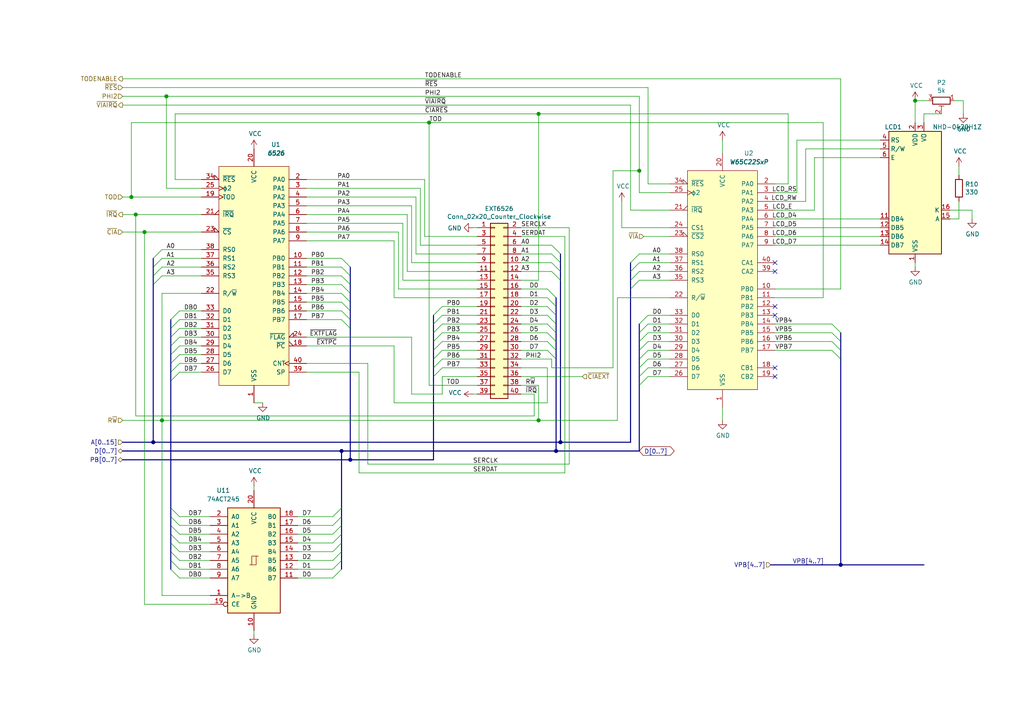
<source format=kicad_sch>
(kicad_sch (version 20201015) (generator eeschema)
  (paper "A4")
  (lib_symbols
    (symbol "65xx:6526" (pin_names (offset 1.016))
      (property "Reference" "U" (at -10.16 33.02 0))
      (property "Value" "6526" (at 0 0 90))
      (symbol "6526_0_1"
        (rectangle (start -10.16 31.75) (end 10.16 -31.75) (fill (type background)))
      )
      (symbol "6526_1_1"
        (pin power_in line (at 0 -36.83 90) (length 5.08) (name "VSS") (number "1"))
        (pin bidirectional line (at 15.24 5.08 180) (length 5.08) (name "PB0") (number "10"))
        (pin bidirectional line (at 15.24 2.54 180) (length 5.08) (name "PB1") (number "11"))
        (pin bidirectional line (at 15.24 0 180) (length 5.08) (name "PB2") (number "12"))
        (pin bidirectional line (at 15.24 -2.54 180) (length 5.08) (name "PB3") (number "13"))
        (pin bidirectional line (at 15.24 -5.08 180) (length 5.08) (name "PB4") (number "14"))
        (pin bidirectional line (at 15.24 -7.62 180) (length 5.08) (name "PB5") (number "15"))
        (pin bidirectional line (at 15.24 -10.16 180) (length 5.08) (name "PB6") (number "16"))
        (pin bidirectional line (at 15.24 -12.7 180) (length 5.08) (name "PB7") (number "17"))
        (pin output output_low (at 15.24 -20.32 180) (length 5.08) (name "~PC") (number "18"))
        (pin input clock (at -15.24 22.86 0) (length 5.08) (name "TOD") (number "19"))
        (pin bidirectional line (at 15.24 27.94 180) (length 5.08) (name "PA0") (number "2"))
        (pin power_in line (at 0 36.83 270) (length 5.08) (name "VCC") (number "20"))
        (pin open_collector output_low (at -15.24 17.78 0) (length 5.08) (name "~IRQ") (number "21"))
        (pin input line (at -15.24 -5.08 0) (length 5.08) (name "R/~W") (number "22"))
        (pin input input_low (at -15.24 12.7 0) (length 5.08) (name "~CS") (number "23"))
        (pin input input_low (at 15.24 -17.78 180) (length 5.08) (name "~FLAG") (number "24"))
        (pin input clock (at -15.24 25.4 0) (length 5.08) (name "ϕ2") (number "25"))
        (pin bidirectional line (at -15.24 -27.94 0) (length 5.08) (name "D7") (number "26"))
        (pin bidirectional line (at -15.24 -25.4 0) (length 5.08) (name "D6") (number "27"))
        (pin bidirectional line (at -15.24 -22.86 0) (length 5.08) (name "D5") (number "28"))
        (pin bidirectional line (at -15.24 -20.32 0) (length 5.08) (name "D4") (number "29"))
        (pin bidirectional line (at 15.24 25.4 180) (length 5.08) (name "PA1") (number "3"))
        (pin bidirectional line (at -15.24 -17.78 0) (length 5.08) (name "D3") (number "30"))
        (pin bidirectional line (at -15.24 -15.24 0) (length 5.08) (name "D2") (number "31"))
        (pin bidirectional line (at -15.24 -12.7 0) (length 5.08) (name "D1") (number "32"))
        (pin bidirectional line (at -15.24 -10.16 0) (length 5.08) (name "D0") (number "33"))
        (pin input input_low (at -15.24 27.94 0) (length 5.08) (name "~RES") (number "34"))
        (pin input line (at -15.24 0 0) (length 5.08) (name "RS3") (number "35"))
        (pin input line (at -15.24 2.54 0) (length 5.08) (name "RS2") (number "36"))
        (pin input line (at -15.24 5.08 0) (length 5.08) (name "RS1") (number "37"))
        (pin input line (at -15.24 7.62 0) (length 5.08) (name "RS0") (number "38"))
        (pin bidirectional line (at 15.24 -27.94 180) (length 5.08) (name "SP") (number "39"))
        (pin bidirectional line (at 15.24 22.86 180) (length 5.08) (name "PA2") (number "4"))
        (pin bidirectional clock (at 15.24 -25.4 180) (length 5.08) (name "CNT") (number "40"))
        (pin bidirectional line (at 15.24 20.32 180) (length 5.08) (name "PA3") (number "5"))
        (pin bidirectional line (at 15.24 17.78 180) (length 5.08) (name "PA4") (number "6"))
        (pin bidirectional line (at 15.24 15.24 180) (length 5.08) (name "PA5") (number "7"))
        (pin bidirectional line (at 15.24 12.7 180) (length 5.08) (name "PA6") (number "8"))
        (pin bidirectional line (at 15.24 10.16 180) (length 5.08) (name "PA7") (number "9"))
      )
    )
    (symbol "65xx:W65C22SxP" (pin_names (offset 1.016))
      (property "Reference" "U" (at -10.16 33.02 0))
      (property "Value" "W65C22SxP" (at 0 0 90))
      (symbol "W65C22SxP_0_1"
        (rectangle (start -10.16 31.75) (end 10.16 -31.75) (fill (type background)))
      )
      (symbol "W65C22SxP_1_1"
        (pin power_in line (at 0 -36.83 90) (length 5.08) (name "VSS") (number "1"))
        (pin bidirectional line (at 15.24 -2.54 180) (length 5.08) (name "PB0") (number "10"))
        (pin bidirectional line (at 15.24 -5.08 180) (length 5.08) (name "PB1") (number "11"))
        (pin bidirectional line (at 15.24 -7.62 180) (length 5.08) (name "PB2") (number "12"))
        (pin bidirectional line (at 15.24 -10.16 180) (length 5.08) (name "PB3") (number "13"))
        (pin bidirectional line (at 15.24 -12.7 180) (length 5.08) (name "PB4") (number "14"))
        (pin bidirectional line (at 15.24 -15.24 180) (length 5.08) (name "PB5") (number "15"))
        (pin bidirectional line (at 15.24 -17.78 180) (length 5.08) (name "PB6") (number "16"))
        (pin bidirectional line (at 15.24 -20.32 180) (length 5.08) (name "PB7") (number "17"))
        (pin input line (at 15.24 -25.4 180) (length 5.08) (name "CB1") (number "18"))
        (pin bidirectional line (at 15.24 -27.94 180) (length 5.08) (name "CB2") (number "19"))
        (pin bidirectional line (at 15.24 27.94 180) (length 5.08) (name "PA0") (number "2"))
        (pin power_in line (at 0 36.83 270) (length 5.08) (name "VCC") (number "20"))
        (pin output output_low (at -15.24 20.32 0) (length 5.08) (name "~IRQ") (number "21"))
        (pin input line (at -15.24 -5.08 0) (length 5.08) (name "R/~W") (number "22"))
        (pin input input_low (at -15.24 12.7 0) (length 5.08) (name "~CS2") (number "23"))
        (pin input line (at -15.24 15.24 0) (length 5.08) (name "CS1") (number "24"))
        (pin input clock (at -15.24 25.4 0) (length 5.08) (name "ϕ2") (number "25"))
        (pin bidirectional line (at -15.24 -27.94 0) (length 5.08) (name "D7") (number "26"))
        (pin bidirectional line (at -15.24 -25.4 0) (length 5.08) (name "D6") (number "27"))
        (pin bidirectional line (at -15.24 -22.86 0) (length 5.08) (name "D5") (number "28"))
        (pin bidirectional line (at -15.24 -20.32 0) (length 5.08) (name "D4") (number "29"))
        (pin bidirectional line (at 15.24 25.4 180) (length 5.08) (name "PA1") (number "3"))
        (pin bidirectional line (at -15.24 -17.78 0) (length 5.08) (name "D3") (number "30"))
        (pin bidirectional line (at -15.24 -15.24 0) (length 5.08) (name "D2") (number "31"))
        (pin bidirectional line (at -15.24 -12.7 0) (length 5.08) (name "D1") (number "32"))
        (pin bidirectional line (at -15.24 -10.16 0) (length 5.08) (name "D0") (number "33"))
        (pin input input_low (at -15.24 27.94 0) (length 5.08) (name "~RES") (number "34"))
        (pin input line (at -15.24 0 0) (length 5.08) (name "RS3") (number "35"))
        (pin input line (at -15.24 2.54 0) (length 5.08) (name "RS2") (number "36"))
        (pin input line (at -15.24 5.08 0) (length 5.08) (name "RS1") (number "37"))
        (pin input line (at -15.24 7.62 0) (length 5.08) (name "RS0") (number "38"))
        (pin bidirectional line (at 15.24 2.54 180) (length 5.08) (name "CA2") (number "39"))
        (pin bidirectional line (at 15.24 22.86 180) (length 5.08) (name "PA2") (number "4"))
        (pin input line (at 15.24 5.08 180) (length 5.08) (name "CA1") (number "40"))
        (pin bidirectional line (at 15.24 20.32 180) (length 5.08) (name "PA3") (number "5"))
        (pin bidirectional line (at 15.24 17.78 180) (length 5.08) (name "PA4") (number "6"))
        (pin bidirectional line (at 15.24 15.24 180) (length 5.08) (name "PA5") (number "7"))
        (pin bidirectional line (at 15.24 12.7 180) (length 5.08) (name "PA6") (number "8"))
        (pin bidirectional line (at 15.24 10.16 180) (length 5.08) (name "PA7") (number "9"))
      )
    )
    (symbol "74xx:74LS245" (pin_names (offset 1.016))
      (property "Reference" "U" (at -7.62 16.51 0))
      (property "Value" "74LS245" (at -7.62 -16.51 0))
      (symbol "74LS245_1_0"
        (polyline (pts (xy -0.635 -1.27) (xy -0.635 1.27) (xy 0.635 1.27)))
        (polyline (pts (xy -1.27 -1.27) (xy 0.635 -1.27) (xy 0.635 1.27) (xy 1.27 1.27)))
        (pin input line (at -12.7 -10.16 0) (length 5.08) (name "A->B") (number "1"))
        (pin power_in line (at 0 -20.32 90) (length 5.08) (name "GND") (number "10"))
        (pin tri_state line (at 12.7 -5.08 180) (length 5.08) (name "B7") (number "11"))
        (pin tri_state line (at 12.7 -2.54 180) (length 5.08) (name "B6") (number "12"))
        (pin tri_state line (at 12.7 0 180) (length 5.08) (name "B5") (number "13"))
        (pin tri_state line (at 12.7 2.54 180) (length 5.08) (name "B4") (number "14"))
        (pin tri_state line (at 12.7 5.08 180) (length 5.08) (name "B3") (number "15"))
        (pin tri_state line (at 12.7 7.62 180) (length 5.08) (name "B2") (number "16"))
        (pin tri_state line (at 12.7 10.16 180) (length 5.08) (name "B1") (number "17"))
        (pin tri_state line (at 12.7 12.7 180) (length 5.08) (name "B0") (number "18"))
        (pin input inverted (at -12.7 -12.7 0) (length 5.08) (name "CE") (number "19"))
        (pin tri_state line (at -12.7 12.7 0) (length 5.08) (name "A0") (number "2"))
        (pin power_in line (at 0 20.32 270) (length 5.08) (name "VCC") (number "20"))
        (pin tri_state line (at -12.7 10.16 0) (length 5.08) (name "A1") (number "3"))
        (pin tri_state line (at -12.7 7.62 0) (length 5.08) (name "A2") (number "4"))
        (pin tri_state line (at -12.7 5.08 0) (length 5.08) (name "A3") (number "5"))
        (pin tri_state line (at -12.7 2.54 0) (length 5.08) (name "A4") (number "6"))
        (pin tri_state line (at -12.7 0 0) (length 5.08) (name "A5") (number "7"))
        (pin tri_state line (at -12.7 -2.54 0) (length 5.08) (name "A6") (number "8"))
        (pin tri_state line (at -12.7 -5.08 0) (length 5.08) (name "A7") (number "9"))
      )
      (symbol "74LS245_1_1"
        (rectangle (start -7.62 15.24) (end 7.62 -15.24) (stroke (width 0.254)) (fill (type background)))
      )
    )
    (symbol "Connector_Generic:Conn_02x20_Odd_Even" (pin_names (offset 1.016) hide)
      (property "Reference" "J" (at 1.27 25.4 0))
      (property "Value" "Conn_02x20_Odd_Even" (at 1.27 -27.94 0))
      (symbol "Conn_02x20_Odd_Even_1_1"
        (rectangle (start -1.27 -4.953) (end 0 -5.207) (stroke (width 0.1524)))
        (rectangle (start -1.27 -7.493) (end 0 -7.747) (stroke (width 0.1524)))
        (rectangle (start -1.27 -10.033) (end 0 -10.287) (stroke (width 0.1524)))
        (rectangle (start -1.27 -12.573) (end 0 -12.827) (stroke (width 0.1524)))
        (rectangle (start -1.27 -15.113) (end 0 -15.367) (stroke (width 0.1524)))
        (rectangle (start -1.27 -17.653) (end 0 -17.907) (stroke (width 0.1524)))
        (rectangle (start -1.27 -20.193) (end 0 -20.447) (stroke (width 0.1524)))
        (rectangle (start -1.27 -22.733) (end 0 -22.987) (stroke (width 0.1524)))
        (rectangle (start -1.27 -2.413) (end 0 -2.667) (stroke (width 0.1524)))
        (rectangle (start -1.27 -25.273) (end 0 -25.527) (stroke (width 0.1524)))
        (rectangle (start -1.27 2.667) (end 0 2.413) (stroke (width 0.1524)))
        (rectangle (start -1.27 5.207) (end 0 4.953) (stroke (width 0.1524)))
        (rectangle (start -1.27 7.747) (end 0 7.493) (stroke (width 0.1524)))
        (rectangle (start -1.27 10.287) (end 0 10.033) (stroke (width 0.1524)))
        (rectangle (start -1.27 0.127) (end 0 -0.127) (stroke (width 0.1524)))
        (rectangle (start -1.27 12.827) (end 0 12.573) (stroke (width 0.1524)))
        (rectangle (start -1.27 15.367) (end 0 15.113) (stroke (width 0.1524)))
        (rectangle (start -1.27 17.907) (end 0 17.653) (stroke (width 0.1524)))
        (rectangle (start -1.27 20.447) (end 0 20.193) (stroke (width 0.1524)))
        (rectangle (start -1.27 22.987) (end 0 22.733) (stroke (width 0.1524)))
        (rectangle (start -1.27 24.13) (end 3.81 -26.67) (stroke (width 0.254)) (fill (type background)))
        (rectangle (start 3.81 -4.953) (end 2.54 -5.207) (stroke (width 0.1524)))
        (rectangle (start 3.81 -7.493) (end 2.54 -7.747) (stroke (width 0.1524)))
        (rectangle (start 3.81 -10.033) (end 2.54 -10.287) (stroke (width 0.1524)))
        (rectangle (start 3.81 -12.573) (end 2.54 -12.827) (stroke (width 0.1524)))
        (rectangle (start 3.81 -15.113) (end 2.54 -15.367) (stroke (width 0.1524)))
        (rectangle (start 3.81 -17.653) (end 2.54 -17.907) (stroke (width 0.1524)))
        (rectangle (start 3.81 -20.193) (end 2.54 -20.447) (stroke (width 0.1524)))
        (rectangle (start 3.81 -22.733) (end 2.54 -22.987) (stroke (width 0.1524)))
        (rectangle (start 3.81 -2.413) (end 2.54 -2.667) (stroke (width 0.1524)))
        (rectangle (start 3.81 -25.273) (end 2.54 -25.527) (stroke (width 0.1524)))
        (rectangle (start 3.81 2.667) (end 2.54 2.413) (stroke (width 0.1524)))
        (rectangle (start 3.81 5.207) (end 2.54 4.953) (stroke (width 0.1524)))
        (rectangle (start 3.81 7.747) (end 2.54 7.493) (stroke (width 0.1524)))
        (rectangle (start 3.81 10.287) (end 2.54 10.033) (stroke (width 0.1524)))
        (rectangle (start 3.81 0.127) (end 2.54 -0.127) (stroke (width 0.1524)))
        (rectangle (start 3.81 12.827) (end 2.54 12.573) (stroke (width 0.1524)))
        (rectangle (start 3.81 15.367) (end 2.54 15.113) (stroke (width 0.1524)))
        (rectangle (start 3.81 17.907) (end 2.54 17.653) (stroke (width 0.1524)))
        (rectangle (start 3.81 20.447) (end 2.54 20.193) (stroke (width 0.1524)))
        (rectangle (start 3.81 22.987) (end 2.54 22.733) (stroke (width 0.1524)))
        (pin passive line (at -5.08 22.86 0) (length 3.81) (name "Pin_1") (number "1"))
        (pin passive line (at 7.62 12.7 180) (length 3.81) (name "Pin_10") (number "10"))
        (pin passive line (at -5.08 10.16 0) (length 3.81) (name "Pin_11") (number "11"))
        (pin passive line (at 7.62 10.16 180) (length 3.81) (name "Pin_12") (number "12"))
        (pin passive line (at -5.08 7.62 0) (length 3.81) (name "Pin_13") (number "13"))
        (pin passive line (at 7.62 7.62 180) (length 3.81) (name "Pin_14") (number "14"))
        (pin passive line (at -5.08 5.08 0) (length 3.81) (name "Pin_15") (number "15"))
        (pin passive line (at 7.62 5.08 180) (length 3.81) (name "Pin_16") (number "16"))
        (pin passive line (at -5.08 2.54 0) (length 3.81) (name "Pin_17") (number "17"))
        (pin passive line (at 7.62 2.54 180) (length 3.81) (name "Pin_18") (number "18"))
        (pin passive line (at -5.08 0 0) (length 3.81) (name "Pin_19") (number "19"))
        (pin passive line (at 7.62 22.86 180) (length 3.81) (name "Pin_2") (number "2"))
        (pin passive line (at 7.62 0 180) (length 3.81) (name "Pin_20") (number "20"))
        (pin passive line (at -5.08 -2.54 0) (length 3.81) (name "Pin_21") (number "21"))
        (pin passive line (at 7.62 -2.54 180) (length 3.81) (name "Pin_22") (number "22"))
        (pin passive line (at -5.08 -5.08 0) (length 3.81) (name "Pin_23") (number "23"))
        (pin passive line (at 7.62 -5.08 180) (length 3.81) (name "Pin_24") (number "24"))
        (pin passive line (at -5.08 -7.62 0) (length 3.81) (name "Pin_25") (number "25"))
        (pin passive line (at 7.62 -7.62 180) (length 3.81) (name "Pin_26") (number "26"))
        (pin passive line (at -5.08 -10.16 0) (length 3.81) (name "Pin_27") (number "27"))
        (pin passive line (at 7.62 -10.16 180) (length 3.81) (name "Pin_28") (number "28"))
        (pin passive line (at -5.08 -12.7 0) (length 3.81) (name "Pin_29") (number "29"))
        (pin passive line (at -5.08 20.32 0) (length 3.81) (name "Pin_3") (number "3"))
        (pin passive line (at 7.62 -12.7 180) (length 3.81) (name "Pin_30") (number "30"))
        (pin passive line (at -5.08 -15.24 0) (length 3.81) (name "Pin_31") (number "31"))
        (pin passive line (at 7.62 -15.24 180) (length 3.81) (name "Pin_32") (number "32"))
        (pin passive line (at -5.08 -17.78 0) (length 3.81) (name "Pin_33") (number "33"))
        (pin passive line (at 7.62 -17.78 180) (length 3.81) (name "Pin_34") (number "34"))
        (pin passive line (at -5.08 -20.32 0) (length 3.81) (name "Pin_35") (number "35"))
        (pin passive line (at 7.62 -20.32 180) (length 3.81) (name "Pin_36") (number "36"))
        (pin passive line (at -5.08 -22.86 0) (length 3.81) (name "Pin_37") (number "37"))
        (pin passive line (at 7.62 -22.86 180) (length 3.81) (name "Pin_38") (number "38"))
        (pin passive line (at -5.08 -25.4 0) (length 3.81) (name "Pin_39") (number "39"))
        (pin passive line (at 7.62 20.32 180) (length 3.81) (name "Pin_4") (number "4"))
        (pin passive line (at 7.62 -25.4 180) (length 3.81) (name "Pin_40") (number "40"))
        (pin passive line (at -5.08 17.78 0) (length 3.81) (name "Pin_5") (number "5"))
        (pin passive line (at 7.62 17.78 180) (length 3.81) (name "Pin_6") (number "6"))
        (pin passive line (at -5.08 15.24 0) (length 3.81) (name "Pin_7") (number "7"))
        (pin passive line (at 7.62 15.24 180) (length 3.81) (name "Pin_8") (number "8"))
        (pin passive line (at -5.08 12.7 0) (length 3.81) (name "Pin_9") (number "9"))
      )
    )
    (symbol "Device:R" (pin_numbers hide) (pin_names (offset 0))
      (property "Reference" "R" (at 2.032 0 90))
      (property "Value" "R" (at 0 0 90))
      (symbol "R_0_1"
        (rectangle (start -1.016 -2.54) (end 1.016 2.54) (stroke (width 0.254)))
      )
      (symbol "R_1_1"
        (pin passive line (at 0 3.81 270) (length 1.27) (name "~") (number "1"))
        (pin passive line (at 0 -3.81 90) (length 1.27) (name "~") (number "2"))
      )
    )
    (symbol "Device:R_POT_TRIM" (pin_names (offset 1.016) hide)
      (property "Reference" "RV" (at -4.445 0 90))
      (property "Value" "R_POT_TRIM" (at -2.54 0 90))
      (symbol "R_POT_TRIM_0_1"
        (rectangle (start 1.016 2.54) (end -1.016 -2.54) (stroke (width 0.254)))
        (polyline (pts (xy 1.524 0.762) (xy 1.524 -0.762)))
        (polyline (pts (xy 2.54 0) (xy 1.524 0)))
      )
      (symbol "R_POT_TRIM_1_1"
        (pin passive line (at 0 3.81 270) (length 1.27) (name "1") (number "1"))
        (pin passive line (at 3.81 0 180) (length 1.27) (name "2") (number "2"))
        (pin passive line (at 0 -3.81 90) (length 1.27) (name "3") (number "3"))
      )
    )
    (symbol "Display_Character:NHD-0420H1Z"
      (property "Reference" "U" (at -6.35 19.05 0))
      (property "Value" "NHD-0420H1Z" (at 5.08 19.05 0))
      (symbol "NHD-0420H1Z_0_1"
        (rectangle (start -7.62 17.78) (end 7.62 -17.78) (stroke (width 0.254)) (fill (type background)))
      )
      (symbol "NHD-0420H1Z_1_1"
        (pin power_in line (at 0 -20.32 90) (length 2.54) (name "VSS") (number "1"))
        (pin bidirectional line (at -10.16 -7.62 0) (length 2.54) (name "DB4") (number "11"))
        (pin bidirectional line (at -10.16 -10.16 0) (length 2.54) (name "DB5") (number "12"))
        (pin bidirectional line (at -10.16 -12.7 0) (length 2.54) (name "DB6") (number "13"))
        (pin bidirectional line (at -10.16 -15.24 0) (length 2.54) (name "DB7") (number "14"))
        (pin passive line (at 10.16 -7.62 180) (length 2.54) (name "A") (number "15"))
        (pin passive line (at 10.16 -5.08 180) (length 2.54) (name "K") (number "16"))
        (pin power_in line (at 0 20.32 270) (length 2.54) (name "VDD") (number "2"))
        (pin power_in line (at 2.54 20.32 270) (length 2.54) (name "VO") (number "3"))
        (pin input line (at -10.16 15.24 0) (length 2.54) (name "RS") (number "4"))
        (pin input line (at -10.16 12.7 0) (length 2.54) (name "R/W") (number "5"))
        (pin input line (at -10.16 10.16 0) (length 2.54) (name "E") (number "6"))
      )
    )
    (symbol "power:GND" (power) (pin_names (offset 0))
      (property "Value" "GND" (at 0 -3.81 0))
      (symbol "GND_0_1"
        (polyline (pts (xy 0 0) (xy 0 -1.27) (xy 1.27 -1.27) (xy 0 -2.54) (xy -1.27 -1.27) (xy 0 -1.27)))
      )
      (symbol "GND_1_1"
        (pin power_in line (at 0 0 270) (length 0) hide (name "GND") (number "1"))
      )
    )
    (symbol "power:VCC" (power) (pin_names (offset 0))
      (property "Value" "VCC" (at 0 3.81 0))
      (symbol "VCC_0_1"
        (polyline (pts (xy -0.762 1.27) (xy 0 2.54)))
        (polyline (pts (xy 0 0) (xy 0 2.54)))
        (polyline (pts (xy 0 2.54) (xy 0.762 1.27)))
      )
      (symbol "VCC_1_1"
        (pin power_in line (at 0 0 90) (length 0) hide (name "VCC") (number "1"))
      )
    )
  )
  (junction (at 38.1 57.15) (diameter 1.016))
  (junction (at 39.37 62.23) (diameter 1.016))
  (junction (at 41.91 67.31) (diameter 1.016))
  (junction (at 46.99 121.92) (diameter 1.016))
  (junction (at 48.26 27.94) (diameter 1.016))
  (junction (at 124.46 35.56) (diameter 1.016))
  (junction (at 156.21 33.02) (diameter 1.016))
  (junction (at 156.21 121.92) (diameter 1.016))
  (junction (at 185.42 49.53) (diameter 1.016))
  (junction (at 265.43 29.21) (diameter 1.016))
  (junction (at 44.45 128.27) (diameter 1.016))
  (junction (at 99.06 130.81) (diameter 1.016))
  (junction (at 101.6 133.35) (diameter 1.016))
  (junction (at 161.29 130.81) (diameter 1.016))
  (junction (at 162.56 128.27) (diameter 1.016))
  (junction (at 243.84 163.83) (diameter 1.016))
  (no_connect (at 224.79 78.74))
  (no_connect (at 224.79 88.9))
  (no_connect (at 224.79 91.44))
  (no_connect (at 224.79 106.68))
  (no_connect (at 224.79 76.2))
  (no_connect (at 224.79 109.22))
  (bus_entry (at 46.99 72.39) (size -2.54 2.54) (stroke (width 0.1524)))
  (bus_entry (at 46.99 74.93) (size -2.54 2.54) (stroke (width 0.1524)))
  (bus_entry (at 46.99 77.47) (size -2.54 2.54) (stroke (width 0.1524)))
  (bus_entry (at 46.99 80.01) (size -2.54 2.54) (stroke (width 0.1524)))
  (bus_entry (at 52.07 90.17) (size -2.54 2.54) (stroke (width 0.1524)))
  (bus_entry (at 52.07 92.71) (size -2.54 2.54) (stroke (width 0.1524)))
  (bus_entry (at 52.07 95.25) (size -2.54 2.54) (stroke (width 0.1524)))
  (bus_entry (at 52.07 97.79) (size -2.54 2.54) (stroke (width 0.1524)))
  (bus_entry (at 52.07 100.33) (size -2.54 2.54) (stroke (width 0.1524)))
  (bus_entry (at 52.07 102.87) (size -2.54 2.54) (stroke (width 0.1524)))
  (bus_entry (at 52.07 105.41) (size -2.54 2.54) (stroke (width 0.1524)))
  (bus_entry (at 52.07 107.95) (size -2.54 2.54) (stroke (width 0.1524)))
  (bus_entry (at 52.07 149.86) (size -2.54 -2.54) (stroke (width 0.1524)))
  (bus_entry (at 52.07 152.4) (size -2.54 -2.54) (stroke (width 0.1524)))
  (bus_entry (at 52.07 154.94) (size -2.54 -2.54) (stroke (width 0.1524)))
  (bus_entry (at 52.07 157.48) (size -2.54 -2.54) (stroke (width 0.1524)))
  (bus_entry (at 52.07 160.02) (size -2.54 -2.54) (stroke (width 0.1524)))
  (bus_entry (at 52.07 162.56) (size -2.54 -2.54) (stroke (width 0.1524)))
  (bus_entry (at 52.07 165.1) (size -2.54 -2.54) (stroke (width 0.1524)))
  (bus_entry (at 52.07 167.64) (size -2.54 -2.54) (stroke (width 0.1524)))
  (bus_entry (at 96.52 149.86) (size 2.54 -2.54) (stroke (width 0.1524)))
  (bus_entry (at 96.52 152.4) (size 2.54 -2.54) (stroke (width 0.1524)))
  (bus_entry (at 96.52 154.94) (size 2.54 -2.54) (stroke (width 0.1524)))
  (bus_entry (at 96.52 157.48) (size 2.54 -2.54) (stroke (width 0.1524)))
  (bus_entry (at 96.52 160.02) (size 2.54 -2.54) (stroke (width 0.1524)))
  (bus_entry (at 96.52 162.56) (size 2.54 -2.54) (stroke (width 0.1524)))
  (bus_entry (at 96.52 165.1) (size 2.54 -2.54) (stroke (width 0.1524)))
  (bus_entry (at 96.52 167.64) (size 2.54 -2.54) (stroke (width 0.1524)))
  (bus_entry (at 99.06 74.93) (size 2.54 2.54) (stroke (width 0.1524)))
  (bus_entry (at 99.06 77.47) (size 2.54 2.54) (stroke (width 0.1524)))
  (bus_entry (at 99.06 80.01) (size 2.54 2.54) (stroke (width 0.1524)))
  (bus_entry (at 99.06 82.55) (size 2.54 2.54) (stroke (width 0.1524)))
  (bus_entry (at 99.06 85.09) (size 2.54 2.54) (stroke (width 0.1524)))
  (bus_entry (at 99.06 87.63) (size 2.54 2.54) (stroke (width 0.1524)))
  (bus_entry (at 99.06 90.17) (size 2.54 2.54) (stroke (width 0.1524)))
  (bus_entry (at 99.06 92.71) (size 2.54 2.54) (stroke (width 0.1524)))
  (bus_entry (at 128.27 88.9) (size -2.54 2.54) (stroke (width 0.1524)))
  (bus_entry (at 128.27 91.44) (size -2.54 2.54) (stroke (width 0.1524)))
  (bus_entry (at 128.27 93.98) (size -2.54 2.54) (stroke (width 0.1524)))
  (bus_entry (at 128.27 96.52) (size -2.54 2.54) (stroke (width 0.1524)))
  (bus_entry (at 128.27 99.06) (size -2.54 2.54) (stroke (width 0.1524)))
  (bus_entry (at 128.27 101.6) (size -2.54 2.54) (stroke (width 0.1524)))
  (bus_entry (at 128.27 104.14) (size -2.54 2.54) (stroke (width 0.1524)))
  (bus_entry (at 128.27 106.68) (size -2.54 2.54) (stroke (width 0.1524)))
  (bus_entry (at 158.75 83.82) (size 2.54 2.54) (stroke (width 0.1524)))
  (bus_entry (at 158.75 86.36) (size 2.54 2.54) (stroke (width 0.1524)))
  (bus_entry (at 158.75 88.9) (size 2.54 2.54) (stroke (width 0.1524)))
  (bus_entry (at 158.75 91.44) (size 2.54 2.54) (stroke (width 0.1524)))
  (bus_entry (at 158.75 93.98) (size 2.54 2.54) (stroke (width 0.1524)))
  (bus_entry (at 158.75 96.52) (size 2.54 2.54) (stroke (width 0.1524)))
  (bus_entry (at 158.75 99.06) (size 2.54 2.54) (stroke (width 0.1524)))
  (bus_entry (at 158.75 101.6) (size 2.54 2.54) (stroke (width 0.1524)))
  (bus_entry (at 160.02 71.12) (size 2.54 2.54) (stroke (width 0.1524)))
  (bus_entry (at 160.02 73.66) (size 2.54 2.54) (stroke (width 0.1524)))
  (bus_entry (at 160.02 76.2) (size 2.54 2.54) (stroke (width 0.1524)))
  (bus_entry (at 160.02 78.74) (size 2.54 2.54) (stroke (width 0.1524)))
  (bus_entry (at 185.42 73.66) (size -2.54 2.54) (stroke (width 0.1524)))
  (bus_entry (at 185.42 76.2) (size -2.54 2.54) (stroke (width 0.1524)))
  (bus_entry (at 185.42 78.74) (size -2.54 2.54) (stroke (width 0.1524)))
  (bus_entry (at 185.42 81.28) (size -2.54 2.54) (stroke (width 0.1524)))
  (bus_entry (at 187.96 91.44) (size -2.54 2.54) (stroke (width 0.1524)))
  (bus_entry (at 187.96 93.98) (size -2.54 2.54) (stroke (width 0.1524)))
  (bus_entry (at 187.96 96.52) (size -2.54 2.54) (stroke (width 0.1524)))
  (bus_entry (at 187.96 99.06) (size -2.54 2.54) (stroke (width 0.1524)))
  (bus_entry (at 187.96 101.6) (size -2.54 2.54) (stroke (width 0.1524)))
  (bus_entry (at 187.96 104.14) (size -2.54 2.54) (stroke (width 0.1524)))
  (bus_entry (at 187.96 106.68) (size -2.54 2.54) (stroke (width 0.1524)))
  (bus_entry (at 187.96 109.22) (size -2.54 2.54) (stroke (width 0.1524)))
  (bus_entry (at 241.3 93.98) (size 2.54 2.54) (stroke (width 0.1524)))
  (bus_entry (at 241.3 96.52) (size 2.54 2.54) (stroke (width 0.1524)))
  (bus_entry (at 241.3 99.06) (size 2.54 2.54) (stroke (width 0.1524)))
  (bus_entry (at 241.3 101.6) (size 2.54 2.54) (stroke (width 0.1524)))
  (wire (pts (xy 35.56 25.4) (xy 187.96 25.4)))
  (wire (pts (xy 35.56 27.94) (xy 48.26 27.94)))
  (wire (pts (xy 35.56 67.31) (xy 41.91 67.31)))
  (wire (pts (xy 35.56 121.92) (xy 46.99 121.92)))
  (wire (pts (xy 38.1 35.56) (xy 124.46 35.56)))
  (wire (pts (xy 38.1 57.15) (xy 35.56 57.15)))
  (wire (pts (xy 38.1 57.15) (xy 38.1 35.56)))
  (wire (pts (xy 39.37 62.23) (xy 35.56 62.23)))
  (wire (pts (xy 39.37 62.23) (xy 39.37 120.65)))
  (wire (pts (xy 39.37 120.65) (xy 154.94 120.65)))
  (wire (pts (xy 41.91 67.31) (xy 41.91 175.26)))
  (wire (pts (xy 41.91 67.31) (xy 58.42 67.31)))
  (wire (pts (xy 41.91 175.26) (xy 60.96 175.26)))
  (wire (pts (xy 46.99 85.09) (xy 58.42 85.09)))
  (wire (pts (xy 46.99 121.92) (xy 46.99 85.09)))
  (wire (pts (xy 46.99 121.92) (xy 46.99 172.72)))
  (wire (pts (xy 46.99 121.92) (xy 156.21 121.92)))
  (wire (pts (xy 46.99 172.72) (xy 60.96 172.72)))
  (wire (pts (xy 48.26 27.94) (xy 185.42 27.94)))
  (wire (pts (xy 48.26 54.61) (xy 48.26 27.94)))
  (wire (pts (xy 50.8 33.02) (xy 156.21 33.02)))
  (wire (pts (xy 50.8 52.07) (xy 50.8 33.02)))
  (wire (pts (xy 52.07 162.56) (xy 60.96 162.56)))
  (wire (pts (xy 58.42 52.07) (xy 50.8 52.07)))
  (wire (pts (xy 58.42 54.61) (xy 48.26 54.61)))
  (wire (pts (xy 58.42 57.15) (xy 38.1 57.15)))
  (wire (pts (xy 58.42 62.23) (xy 39.37 62.23)))
  (wire (pts (xy 58.42 72.39) (xy 46.99 72.39)))
  (wire (pts (xy 58.42 74.93) (xy 46.99 74.93)))
  (wire (pts (xy 58.42 77.47) (xy 46.99 77.47)))
  (wire (pts (xy 58.42 80.01) (xy 46.99 80.01)))
  (wire (pts (xy 58.42 90.17) (xy 52.07 90.17)))
  (wire (pts (xy 58.42 92.71) (xy 52.07 92.71)))
  (wire (pts (xy 58.42 95.25) (xy 52.07 95.25)))
  (wire (pts (xy 58.42 97.79) (xy 52.07 97.79)))
  (wire (pts (xy 58.42 100.33) (xy 52.07 100.33)))
  (wire (pts (xy 58.42 102.87) (xy 52.07 102.87)))
  (wire (pts (xy 58.42 105.41) (xy 52.07 105.41)))
  (wire (pts (xy 58.42 107.95) (xy 52.07 107.95)))
  (wire (pts (xy 60.96 149.86) (xy 52.07 149.86)))
  (wire (pts (xy 60.96 152.4) (xy 52.07 152.4)))
  (wire (pts (xy 60.96 154.94) (xy 52.07 154.94)))
  (wire (pts (xy 60.96 157.48) (xy 52.07 157.48)))
  (wire (pts (xy 60.96 160.02) (xy 52.07 160.02)))
  (wire (pts (xy 60.96 165.1) (xy 52.07 165.1)))
  (wire (pts (xy 60.96 167.64) (xy 52.07 167.64)))
  (wire (pts (xy 73.66 116.84) (xy 76.2 116.84)))
  (wire (pts (xy 73.66 140.97) (xy 73.66 142.24)))
  (wire (pts (xy 73.66 182.88) (xy 73.66 184.15)))
  (wire (pts (xy 86.36 149.86) (xy 96.52 149.86)))
  (wire (pts (xy 86.36 152.4) (xy 96.52 152.4)))
  (wire (pts (xy 86.36 154.94) (xy 96.52 154.94)))
  (wire (pts (xy 86.36 157.48) (xy 96.52 157.48)))
  (wire (pts (xy 86.36 160.02) (xy 96.52 160.02)))
  (wire (pts (xy 86.36 162.56) (xy 96.52 162.56)))
  (wire (pts (xy 86.36 165.1) (xy 96.52 165.1)))
  (wire (pts (xy 86.36 167.64) (xy 96.52 167.64)))
  (wire (pts (xy 88.9 52.07) (xy 123.19 52.07)))
  (wire (pts (xy 88.9 54.61) (xy 121.92 54.61)))
  (wire (pts (xy 88.9 57.15) (xy 120.65 57.15)))
  (wire (pts (xy 88.9 59.69) (xy 119.38 59.69)))
  (wire (pts (xy 88.9 64.77) (xy 116.84 64.77)))
  (wire (pts (xy 88.9 69.85) (xy 114.3 69.85)))
  (wire (pts (xy 88.9 74.93) (xy 99.06 74.93)))
  (wire (pts (xy 88.9 77.47) (xy 99.06 77.47)))
  (wire (pts (xy 88.9 80.01) (xy 99.06 80.01)))
  (wire (pts (xy 88.9 82.55) (xy 99.06 82.55)))
  (wire (pts (xy 88.9 85.09) (xy 99.06 85.09)))
  (wire (pts (xy 88.9 87.63) (xy 99.06 87.63)))
  (wire (pts (xy 88.9 90.17) (xy 99.06 90.17)))
  (wire (pts (xy 88.9 92.71) (xy 99.06 92.71)))
  (wire (pts (xy 88.9 100.33) (xy 114.3 100.33)))
  (wire (pts (xy 88.9 105.41) (xy 106.68 105.41)))
  (wire (pts (xy 88.9 107.95) (xy 104.14 107.95)))
  (wire (pts (xy 104.14 107.95) (xy 104.14 137.16)))
  (wire (pts (xy 104.14 137.16) (xy 163.83 137.16)))
  (wire (pts (xy 106.68 105.41) (xy 106.68 134.62)))
  (wire (pts (xy 106.68 134.62) (xy 165.1 134.62)))
  (wire (pts (xy 114.3 69.85) (xy 114.3 86.36)))
  (wire (pts (xy 114.3 86.36) (xy 138.43 86.36)))
  (wire (pts (xy 114.3 100.33) (xy 114.3 116.84)))
  (wire (pts (xy 114.3 116.84) (xy 158.75 116.84)))
  (wire (pts (xy 115.57 67.31) (xy 88.9 67.31)))
  (wire (pts (xy 115.57 83.82) (xy 115.57 67.31)))
  (wire (pts (xy 116.84 81.28) (xy 116.84 64.77)))
  (wire (pts (xy 118.11 62.23) (xy 88.9 62.23)))
  (wire (pts (xy 118.11 78.74) (xy 118.11 62.23)))
  (wire (pts (xy 119.38 76.2) (xy 119.38 59.69)))
  (wire (pts (xy 119.38 97.79) (xy 88.9 97.79)))
  (wire (pts (xy 119.38 97.79) (xy 119.38 114.3)))
  (wire (pts (xy 119.38 114.3) (xy 128.27 114.3)))
  (wire (pts (xy 120.65 73.66) (xy 120.65 57.15)))
  (wire (pts (xy 121.92 71.12) (xy 121.92 54.61)))
  (wire (pts (xy 123.19 68.58) (xy 123.19 52.07)))
  (wire (pts (xy 124.46 35.56) (xy 238.76 35.56)))
  (wire (pts (xy 124.46 111.76) (xy 124.46 35.56)))
  (wire (pts (xy 124.46 111.76) (xy 138.43 111.76)))
  (wire (pts (xy 128.27 88.9) (xy 138.43 88.9)))
  (wire (pts (xy 128.27 91.44) (xy 138.43 91.44)))
  (wire (pts (xy 128.27 93.98) (xy 138.43 93.98)))
  (wire (pts (xy 128.27 96.52) (xy 138.43 96.52)))
  (wire (pts (xy 128.27 99.06) (xy 138.43 99.06)))
  (wire (pts (xy 128.27 101.6) (xy 138.43 101.6)))
  (wire (pts (xy 128.27 104.14) (xy 138.43 104.14)))
  (wire (pts (xy 128.27 106.68) (xy 138.43 106.68)))
  (wire (pts (xy 128.27 109.22) (xy 138.43 109.22)))
  (wire (pts (xy 128.27 114.3) (xy 128.27 109.22)))
  (wire (pts (xy 137.16 114.3) (xy 138.43 114.3)))
  (wire (pts (xy 138.43 66.04) (xy 137.16 66.04)))
  (wire (pts (xy 138.43 68.58) (xy 123.19 68.58)))
  (wire (pts (xy 138.43 71.12) (xy 121.92 71.12)))
  (wire (pts (xy 138.43 73.66) (xy 120.65 73.66)))
  (wire (pts (xy 138.43 76.2) (xy 119.38 76.2)))
  (wire (pts (xy 138.43 78.74) (xy 118.11 78.74)))
  (wire (pts (xy 138.43 81.28) (xy 116.84 81.28)))
  (wire (pts (xy 138.43 83.82) (xy 115.57 83.82)))
  (wire (pts (xy 151.13 66.04) (xy 165.1 66.04)))
  (wire (pts (xy 151.13 71.12) (xy 160.02 71.12)))
  (wire (pts (xy 151.13 73.66) (xy 160.02 73.66)))
  (wire (pts (xy 151.13 76.2) (xy 160.02 76.2)))
  (wire (pts (xy 151.13 78.74) (xy 160.02 78.74)))
  (wire (pts (xy 151.13 81.28) (xy 156.21 81.28)))
  (wire (pts (xy 151.13 83.82) (xy 158.75 83.82)))
  (wire (pts (xy 151.13 88.9) (xy 158.75 88.9)))
  (wire (pts (xy 151.13 93.98) (xy 158.75 93.98)))
  (wire (pts (xy 151.13 99.06) (xy 158.75 99.06)))
  (wire (pts (xy 151.13 104.14) (xy 160.02 104.14)))
  (wire (pts (xy 151.13 109.22) (xy 168.91 109.22)))
  (wire (pts (xy 154.94 114.3) (xy 151.13 114.3)))
  (wire (pts (xy 154.94 120.65) (xy 154.94 114.3)))
  (wire (pts (xy 156.21 33.02) (xy 228.6 33.02)))
  (wire (pts (xy 156.21 81.28) (xy 156.21 33.02)))
  (wire (pts (xy 156.21 111.76) (xy 151.13 111.76)))
  (wire (pts (xy 156.21 121.92) (xy 156.21 111.76)))
  (wire (pts (xy 158.75 86.36) (xy 151.13 86.36)))
  (wire (pts (xy 158.75 91.44) (xy 151.13 91.44)))
  (wire (pts (xy 158.75 96.52) (xy 151.13 96.52)))
  (wire (pts (xy 158.75 101.6) (xy 151.13 101.6)))
  (wire (pts (xy 158.75 106.68) (xy 151.13 106.68)))
  (wire (pts (xy 158.75 116.84) (xy 158.75 106.68)))
  (wire (pts (xy 160.02 104.14) (xy 160.02 106.68)))
  (wire (pts (xy 160.02 106.68) (xy 177.8 106.68)))
  (wire (pts (xy 163.83 68.58) (xy 151.13 68.58)))
  (wire (pts (xy 163.83 137.16) (xy 163.83 68.58)))
  (wire (pts (xy 165.1 66.04) (xy 165.1 134.62)))
  (wire (pts (xy 177.8 49.53) (xy 177.8 106.68)))
  (wire (pts (xy 179.07 86.36) (xy 194.31 86.36)))
  (wire (pts (xy 179.07 121.92) (xy 156.21 121.92)))
  (wire (pts (xy 179.07 121.92) (xy 179.07 86.36)))
  (wire (pts (xy 180.34 66.04) (xy 180.34 58.42)))
  (wire (pts (xy 182.88 30.48) (xy 35.56 30.48)))
  (wire (pts (xy 182.88 60.96) (xy 182.88 30.48)))
  (wire (pts (xy 185.42 27.94) (xy 185.42 49.53)))
  (wire (pts (xy 185.42 49.53) (xy 177.8 49.53)))
  (wire (pts (xy 185.42 49.53) (xy 185.42 55.88)))
  (wire (pts (xy 185.42 55.88) (xy 194.31 55.88)))
  (wire (pts (xy 186.69 68.58) (xy 194.31 68.58)))
  (wire (pts (xy 187.96 25.4) (xy 187.96 53.34)))
  (wire (pts (xy 187.96 53.34) (xy 194.31 53.34)))
  (wire (pts (xy 194.31 60.96) (xy 182.88 60.96)))
  (wire (pts (xy 194.31 66.04) (xy 180.34 66.04)))
  (wire (pts (xy 194.31 73.66) (xy 185.42 73.66)))
  (wire (pts (xy 194.31 76.2) (xy 185.42 76.2)))
  (wire (pts (xy 194.31 78.74) (xy 185.42 78.74)))
  (wire (pts (xy 194.31 81.28) (xy 185.42 81.28)))
  (wire (pts (xy 194.31 91.44) (xy 187.96 91.44)))
  (wire (pts (xy 194.31 93.98) (xy 187.96 93.98)))
  (wire (pts (xy 194.31 96.52) (xy 187.96 96.52)))
  (wire (pts (xy 194.31 99.06) (xy 187.96 99.06)))
  (wire (pts (xy 194.31 101.6) (xy 187.96 101.6)))
  (wire (pts (xy 194.31 104.14) (xy 187.96 104.14)))
  (wire (pts (xy 194.31 106.68) (xy 187.96 106.68)))
  (wire (pts (xy 194.31 109.22) (xy 187.96 109.22)))
  (wire (pts (xy 209.55 40.64) (xy 209.55 44.45)))
  (wire (pts (xy 209.55 121.92) (xy 209.55 118.11)))
  (wire (pts (xy 224.79 55.88) (xy 231.14 55.88)))
  (wire (pts (xy 224.79 60.96) (xy 236.22 60.96)))
  (wire (pts (xy 224.79 66.04) (xy 255.27 66.04)))
  (wire (pts (xy 224.79 71.12) (xy 255.27 71.12)))
  (wire (pts (xy 224.79 83.82) (xy 243.84 83.82)))
  (wire (pts (xy 224.79 93.98) (xy 241.3 93.98)))
  (wire (pts (xy 224.79 96.52) (xy 241.3 96.52)))
  (wire (pts (xy 224.79 99.06) (xy 241.3 99.06)))
  (wire (pts (xy 224.79 101.6) (xy 241.3 101.6)))
  (wire (pts (xy 228.6 33.02) (xy 228.6 53.34)))
  (wire (pts (xy 228.6 53.34) (xy 224.79 53.34)))
  (wire (pts (xy 231.14 40.64) (xy 255.27 40.64)))
  (wire (pts (xy 231.14 55.88) (xy 231.14 40.64)))
  (wire (pts (xy 233.68 43.18) (xy 233.68 58.42)))
  (wire (pts (xy 233.68 58.42) (xy 224.79 58.42)))
  (wire (pts (xy 236.22 45.72) (xy 255.27 45.72)))
  (wire (pts (xy 236.22 60.96) (xy 236.22 45.72)))
  (wire (pts (xy 238.76 35.56) (xy 238.76 86.36)))
  (wire (pts (xy 238.76 86.36) (xy 224.79 86.36)))
  (wire (pts (xy 243.84 22.86) (xy 35.56 22.86)))
  (wire (pts (xy 243.84 83.82) (xy 243.84 22.86)))
  (wire (pts (xy 255.27 43.18) (xy 233.68 43.18)))
  (wire (pts (xy 255.27 63.5) (xy 224.79 63.5)))
  (wire (pts (xy 255.27 68.58) (xy 224.79 68.58)))
  (wire (pts (xy 265.43 29.21) (xy 269.24 29.21)))
  (wire (pts (xy 265.43 35.56) (xy 265.43 29.21)))
  (wire (pts (xy 265.43 76.2) (xy 265.43 77.47)))
  (wire (pts (xy 267.97 33.02) (xy 273.05 33.02)))
  (wire (pts (xy 267.97 35.56) (xy 267.97 33.02)))
  (wire (pts (xy 275.59 60.96) (xy 281.94 60.96)))
  (wire (pts (xy 275.59 63.5) (xy 278.13 63.5)))
  (wire (pts (xy 276.86 29.21) (xy 279.4 29.21)))
  (wire (pts (xy 278.13 48.26) (xy 278.13 50.8)))
  (wire (pts (xy 278.13 58.42) (xy 278.13 63.5)))
  (wire (pts (xy 279.4 29.21) (xy 279.4 33.02)))
  (wire (pts (xy 281.94 60.96) (xy 281.94 63.5)))
  (bus (pts (xy 35.56 128.27) (xy 44.45 128.27)))
  (bus (pts (xy 35.56 130.81) (xy 99.06 130.81)))
  (bus (pts (xy 44.45 74.93) (xy 44.45 77.47)))
  (bus (pts (xy 44.45 77.47) (xy 44.45 80.01)))
  (bus (pts (xy 44.45 80.01) (xy 44.45 82.55)))
  (bus (pts (xy 44.45 82.55) (xy 44.45 128.27)))
  (bus (pts (xy 44.45 128.27) (xy 162.56 128.27)))
  (bus (pts (xy 49.53 92.71) (xy 49.53 95.25)))
  (bus (pts (xy 49.53 95.25) (xy 49.53 97.79)))
  (bus (pts (xy 49.53 97.79) (xy 49.53 100.33)))
  (bus (pts (xy 49.53 100.33) (xy 49.53 102.87)))
  (bus (pts (xy 49.53 102.87) (xy 49.53 105.41)))
  (bus (pts (xy 49.53 105.41) (xy 49.53 107.95)))
  (bus (pts (xy 49.53 107.95) (xy 49.53 110.49)))
  (bus (pts (xy 49.53 110.49) (xy 49.53 147.32)))
  (bus (pts (xy 49.53 147.32) (xy 49.53 149.86)))
  (bus (pts (xy 49.53 149.86) (xy 49.53 152.4)))
  (bus (pts (xy 49.53 152.4) (xy 49.53 154.94)))
  (bus (pts (xy 49.53 154.94) (xy 49.53 157.48)))
  (bus (pts (xy 49.53 157.48) (xy 49.53 160.02)))
  (bus (pts (xy 49.53 160.02) (xy 49.53 162.56)))
  (bus (pts (xy 49.53 162.56) (xy 49.53 165.1)))
  (bus (pts (xy 99.06 130.81) (xy 99.06 147.32)))
  (bus (pts (xy 99.06 130.81) (xy 161.29 130.81)))
  (bus (pts (xy 99.06 147.32) (xy 99.06 149.86)))
  (bus (pts (xy 99.06 149.86) (xy 99.06 152.4)))
  (bus (pts (xy 99.06 152.4) (xy 99.06 154.94)))
  (bus (pts (xy 99.06 154.94) (xy 99.06 157.48)))
  (bus (pts (xy 99.06 157.48) (xy 99.06 160.02)))
  (bus (pts (xy 99.06 160.02) (xy 99.06 162.56)))
  (bus (pts (xy 99.06 162.56) (xy 99.06 165.1)))
  (bus (pts (xy 101.6 77.47) (xy 101.6 80.01)))
  (bus (pts (xy 101.6 80.01) (xy 101.6 82.55)))
  (bus (pts (xy 101.6 82.55) (xy 101.6 85.09)))
  (bus (pts (xy 101.6 85.09) (xy 101.6 87.63)))
  (bus (pts (xy 101.6 87.63) (xy 101.6 90.17)))
  (bus (pts (xy 101.6 90.17) (xy 101.6 92.71)))
  (bus (pts (xy 101.6 92.71) (xy 101.6 95.25)))
  (bus (pts (xy 101.6 95.25) (xy 101.6 133.35)))
  (bus (pts (xy 101.6 133.35) (xy 35.56 133.35)))
  (bus (pts (xy 125.73 91.44) (xy 125.73 93.98)))
  (bus (pts (xy 125.73 93.98) (xy 125.73 96.52)))
  (bus (pts (xy 125.73 96.52) (xy 125.73 99.06)))
  (bus (pts (xy 125.73 99.06) (xy 125.73 101.6)))
  (bus (pts (xy 125.73 101.6) (xy 125.73 104.14)))
  (bus (pts (xy 125.73 104.14) (xy 125.73 106.68)))
  (bus (pts (xy 125.73 106.68) (xy 125.73 109.22)))
  (bus (pts (xy 125.73 109.22) (xy 125.73 133.35)))
  (bus (pts (xy 125.73 133.35) (xy 101.6 133.35)))
  (bus (pts (xy 161.29 86.36) (xy 161.29 88.9)))
  (bus (pts (xy 161.29 88.9) (xy 161.29 91.44)))
  (bus (pts (xy 161.29 91.44) (xy 161.29 93.98)))
  (bus (pts (xy 161.29 93.98) (xy 161.29 96.52)))
  (bus (pts (xy 161.29 96.52) (xy 161.29 99.06)))
  (bus (pts (xy 161.29 99.06) (xy 161.29 101.6)))
  (bus (pts (xy 161.29 101.6) (xy 161.29 104.14)))
  (bus (pts (xy 161.29 104.14) (xy 161.29 130.81)))
  (bus (pts (xy 161.29 130.81) (xy 185.42 130.81)))
  (bus (pts (xy 162.56 73.66) (xy 162.56 76.2)))
  (bus (pts (xy 162.56 76.2) (xy 162.56 78.74)))
  (bus (pts (xy 162.56 78.74) (xy 162.56 81.28)))
  (bus (pts (xy 162.56 81.28) (xy 162.56 128.27)))
  (bus (pts (xy 162.56 128.27) (xy 182.88 128.27)))
  (bus (pts (xy 182.88 76.2) (xy 182.88 78.74)))
  (bus (pts (xy 182.88 78.74) (xy 182.88 81.28)))
  (bus (pts (xy 182.88 81.28) (xy 182.88 83.82)))
  (bus (pts (xy 182.88 83.82) (xy 182.88 128.27)))
  (bus (pts (xy 185.42 93.98) (xy 185.42 96.52)))
  (bus (pts (xy 185.42 96.52) (xy 185.42 99.06)))
  (bus (pts (xy 185.42 99.06) (xy 185.42 101.6)))
  (bus (pts (xy 185.42 101.6) (xy 185.42 104.14)))
  (bus (pts (xy 185.42 104.14) (xy 185.42 106.68)))
  (bus (pts (xy 185.42 106.68) (xy 185.42 109.22)))
  (bus (pts (xy 185.42 109.22) (xy 185.42 111.76)))
  (bus (pts (xy 185.42 111.76) (xy 185.42 130.81)))
  (bus (pts (xy 243.84 96.52) (xy 243.84 99.06)))
  (bus (pts (xy 243.84 99.06) (xy 243.84 101.6)))
  (bus (pts (xy 243.84 101.6) (xy 243.84 104.14)))
  (bus (pts (xy 243.84 104.14) (xy 243.84 163.83)))
  (bus (pts (xy 243.84 163.83) (xy 223.52 163.83)))
  (bus (pts (xy 267.97 163.83) (xy 243.84 163.83)))
  (label "A0" (at 48.26 72.39 0))
  (label "A1" (at 48.26 74.93 0))
  (label "A2" (at 48.26 77.47 0))
  (label "A3" (at 48.26 80.01 0))
  (label "DB0" (at 53.34 90.17 0))
  (label "DB1" (at 53.34 92.71 0))
  (label "DB2" (at 53.34 95.25 0))
  (label "DB3" (at 53.34 97.79 0))
  (label "DB4" (at 53.34 100.33 0))
  (label "DB5" (at 53.34 102.87 0))
  (label "DB6" (at 53.34 105.41 0))
  (label "DB7" (at 53.34 107.95 0))
  (label "DB7" (at 54.61 149.86 0))
  (label "DB6" (at 54.61 152.4 0))
  (label "DB5" (at 54.61 154.94 0))
  (label "DB4" (at 54.61 157.48 0))
  (label "DB3" (at 54.61 160.02 0))
  (label "DB2" (at 54.61 162.56 0))
  (label "DB1" (at 54.61 165.1 0))
  (label "DB0" (at 54.61 167.64 0))
  (label "D7" (at 87.63 149.86 0))
  (label "D6" (at 87.63 152.4 0))
  (label "D5" (at 87.63 154.94 0))
  (label "D4" (at 87.63 157.48 0))
  (label "D3" (at 87.63 160.02 0))
  (label "D2" (at 87.63 162.56 0))
  (label "D1" (at 87.63 165.1 0))
  (label "D0" (at 87.63 167.64 0))
  (label "PB0" (at 90.17 74.93 0))
  (label "PB1" (at 90.17 77.47 0))
  (label "PB2" (at 90.17 80.01 0))
  (label "PB3" (at 90.17 82.55 0))
  (label "PB4" (at 90.17 85.09 0))
  (label "PB5" (at 90.17 87.63 0))
  (label "PB6" (at 90.17 90.17 0))
  (label "PB7" (at 90.17 92.71 0))
  (label "PA0" (at 97.79 52.07 0))
  (label "PA1" (at 97.79 54.61 0))
  (label "PA2" (at 97.79 57.15 0))
  (label "PA3" (at 97.79 59.69 0))
  (label "PA4" (at 97.79 62.23 0))
  (label "PA5" (at 97.79 64.77 0))
  (label "PA6" (at 97.79 67.31 0))
  (label "PA7" (at 97.79 69.85 0))
  (label "~EXTFLAG" (at 97.79 97.79 180))
  (label "~EXTPC" (at 97.79 100.33 180))
  (label "TODENABLE" (at 123.19 22.86 0))
  (label "~RES" (at 123.19 25.4 0))
  (label "PHI2" (at 123.19 27.94 0))
  (label "~VIAIRQ" (at 123.19 30.48 0))
  (label "~CIARES" (at 123.19 33.02 0))
  (label "TOD" (at 124.46 35.56 0))
  (label "PB0" (at 129.54 88.9 0))
  (label "PB1" (at 129.54 91.44 0))
  (label "PB2" (at 129.54 93.98 0))
  (label "PB3" (at 129.54 96.52 0))
  (label "PB4" (at 129.54 99.06 0))
  (label "PB5" (at 129.54 101.6 0))
  (label "PB6" (at 129.54 104.14 0))
  (label "PB7" (at 129.54 106.68 0))
  (label "TOD" (at 129.54 111.76 0))
  (label "SERCLK" (at 137.16 134.62 0))
  (label "SERDAT" (at 137.16 137.16 0))
  (label "SERCLK" (at 151.13 66.04 0))
  (label "SERDAT" (at 151.13 68.58 0))
  (label "A0" (at 151.13 71.12 0))
  (label "A1" (at 151.13 73.66 0))
  (label "A2" (at 151.13 76.2 0))
  (label "A3" (at 151.13 78.74 0))
  (label "PHI2" (at 152.4 104.14 0))
  (label "R~W" (at 152.4 111.76 0))
  (label "~IRQ" (at 152.4 114.3 0))
  (label "D0" (at 156.21 83.82 180))
  (label "D1" (at 156.21 86.36 180))
  (label "D2" (at 156.21 88.9 180))
  (label "D3" (at 156.21 91.44 180))
  (label "D4" (at 156.21 93.98 180))
  (label "D5" (at 156.21 96.52 180))
  (label "D6" (at 156.21 99.06 180))
  (label "D7" (at 156.21 101.6 180))
  (label "A0" (at 189.23 73.66 0))
  (label "A1" (at 189.23 76.2 0))
  (label "A2" (at 189.23 78.74 0))
  (label "A3" (at 189.23 81.28 0))
  (label "D0" (at 189.23 91.44 0))
  (label "D1" (at 189.23 93.98 0))
  (label "D2" (at 189.23 96.52 0))
  (label "D3" (at 189.23 99.06 0))
  (label "D4" (at 189.23 101.6 0))
  (label "D5" (at 189.23 104.14 0))
  (label "D6" (at 189.23 106.68 0))
  (label "D7" (at 189.23 109.22 0))
  (label "VPB4" (at 224.79 93.98 0))
  (label "VPB5" (at 224.79 96.52 0))
  (label "VPB6" (at 224.79 99.06 0))
  (label "VPB7" (at 224.79 101.6 0))
  (label "LCD_E" (at 229.87 60.96 180))
  (label "VPB[4..7]" (at 229.87 163.83 0))
  (label "LCD_RS" (at 231.14 55.88 180))
  (label "LCD_RW" (at 231.14 58.42 180))
  (label "LCD_D4" (at 231.14 63.5 180))
  (label "LCD_D5" (at 231.14 66.04 180))
  (label "LCD_D6" (at 231.14 68.58 180))
  (label "LCD_D7" (at 231.14 71.12 180))
  (global_label "D[0..7]" (shape bidirectional) (at 185.42 130.81 0) (property "Intersheet References" "${INTERSHEET_REFS}" (effects hide)))
  (hierarchical_label "TODENABLE" (shape output) (at 35.56 22.86 180))
  (hierarchical_label "~RES" (shape input) (at 35.56 25.4 180))
  (hierarchical_label "PHI2" (shape input) (at 35.56 27.94 180))
  (hierarchical_label "~VIAIRQ" (shape output) (at 35.56 30.48 180))
  (hierarchical_label "TOD" (shape input) (at 35.56 57.15 180))
  (hierarchical_label "~IRQ" (shape output) (at 35.56 62.23 180))
  (hierarchical_label "~CIA" (shape input) (at 35.56 67.31 180))
  (hierarchical_label "R~W" (shape input) (at 35.56 121.92 180))
  (hierarchical_label "A[0..15]" (shape input) (at 35.56 128.27 180))
  (hierarchical_label "D[0..7]" (shape bidirectional) (at 35.56 130.81 180))
  (hierarchical_label "PB[0..7]" (shape bidirectional) (at 35.56 133.35 180))
  (hierarchical_label "~CIAEXT" (shape input) (at 168.91 109.22 0))
  (hierarchical_label "~VIA" (shape input) (at 186.69 68.58 180))
  (hierarchical_label "VPB[4..7]" (shape input) (at 223.52 163.83 180))
  (symbol (lib_id "power:VCC") (at 73.66 43.18 0) (unit 1)
    (property "Reference" "#PWR0127" (effects hide))
    (property "Value" "VCC" (at 74.041 38.7858 0))
  )
  (symbol (lib_id "power:VCC") (at 73.66 140.97 0) (unit 1)
    (property "Reference" "#PWR0128" (effects hide))
    (property "Value" "VCC" (at 74.041 136.5758 0))
  )
  (symbol (lib_id "power:VCC") (at 137.16 114.3 90) (unit 1)
    (property "Reference" "#PWR0155" (effects hide))
    (property "Value" "VCC" (at 133.9342 113.919 90) (effects (justify left)))
  )
  (symbol (lib_id "power:VCC") (at 180.34 58.42 0) (unit 1)
    (property "Reference" "#PWR0125" (effects hide))
    (property "Value" "VCC" (at 180.721 54.0258 0))
  )
  (symbol (lib_id "power:VCC") (at 209.55 40.64 0) (unit 1)
    (property "Reference" "#PWR0158" (effects hide))
    (property "Value" "VCC" (at 209.931 36.2458 0))
  )
  (symbol (lib_id "power:VCC") (at 265.43 29.21 0) (unit 1)
    (property "Reference" "#PWR0120" (effects hide))
    (property "Value" "VCC" (at 265.811 24.8158 0))
  )
  (symbol (lib_id "power:VCC") (at 278.13 48.26 0) (unit 1)
    (property "Reference" "#PWR0118" (effects hide))
    (property "Value" "VCC" (at 278.511 43.8658 0))
  )
  (symbol (lib_id "power:GND") (at 73.66 184.15 0) (unit 1)
    (property "Reference" "#PWR0129" (effects hide))
    (property "Value" "GND" (at 73.787 188.5442 0))
  )
  (symbol (lib_id "power:GND") (at 76.2 116.84 0) (unit 1)
    (property "Reference" "#PWR0126" (effects hide))
    (property "Value" "GND" (at 76.327 121.2342 0))
  )
  (symbol (lib_id "power:GND") (at 137.16 66.04 270) (unit 1)
    (property "Reference" "#PWR0156" (effects hide))
    (property "Value" "GND" (at 133.9088 66.167 90) (effects (justify right)))
  )
  (symbol (lib_id "power:GND") (at 209.55 121.92 0) (unit 1)
    (property "Reference" "#PWR0157" (effects hide))
    (property "Value" "GND" (at 209.677 126.3142 0))
  )
  (symbol (lib_id "power:GND") (at 265.43 77.47 0) (unit 1)
    (property "Reference" "#PWR0119" (effects hide))
    (property "Value" "GND" (at 265.557 81.8642 0))
  )
  (symbol (lib_id "power:GND") (at 279.4 33.02 0) (unit 1)
    (property "Reference" "#PWR0121" (effects hide))
    (property "Value" "GND" (at 279.527 37.4142 0))
  )
  (symbol (lib_id "power:GND") (at 281.94 63.5 0) (unit 1)
    (property "Reference" "#PWR0117" (effects hide))
    (property "Value" "GND" (at 282.067 67.8942 0))
  )
  (symbol (lib_id "Device:R") (at 278.13 54.61 0) (unit 1)
    (property "Reference" "R10" (at 279.908 53.4416 0) (effects (justify left)))
    (property "Value" "330" (at 279.908 55.753 0) (effects (justify left)))
    (property "Footprint" "Resistor_SMD:R_0805_2012Metric_Pad1.20x1.40mm_HandSolder" (effects hide))
  )
  (symbol (lib_id "Device:R_POT_TRIM") (at 273.05 29.21 270) (unit 1)
    (property "Reference" "P2" (at 273.05 23.9522 90))
    (property "Value" "5k" (at 273.05 26.2636 90))
    (property "Footprint" "Potentiometer_THT:Potentiometer_Bourns_3296W_Vertical" (effects hide))
  )
  (symbol (lib_id "Connector_Generic:Conn_02x20_Odd_Even") (at 143.51 88.9 0) (unit 1)
    (property "Reference" "EXT6526" (at 144.78 60.5282 0))
    (property "Value" "Conn_02x20_Counter_Clockwise" (at 144.78 62.8396 0))
    (property "Footprint" "Connector_PinHeader_2.54mm:PinHeader_2x20_P2.54mm_Vertical" (effects hide))
  )
  (symbol (lib_id "Display_Character:NHD-0420H1Z") (at 265.43 55.88 0) (unit 1)
    (property "Reference" "LCD1" (at 259.08 36.83 0))
    (property "Value" "NHD-0420H1Z" (at 270.51 36.83 0) (effects (justify left)))
    (property "Footprint" "sbc6526:HD44780_4x20" (effects hide))
    (property "Datasheet" "http://www.newhavendisplay.com/specs/NHD-0420H1Z-FSW-GBW-33V3.pdf" (effects hide))
  )
  (symbol (lib_id "74xx:74LS245") (at 73.66 162.56 0) (unit 1)
    (property "Reference" "U11" (at 64.77 142.24 0))
    (property "Value" "74ACT245" (at 64.77 144.78 0))
    (property "Footprint" "Package_DIP:DIP-20_W7.62mm" (effects hide))
    (property "Datasheet" "http://www.ti.com/lit/gpn/sn74LS245" (effects hide))
  )
  (symbol (lib_id "65xx:6526") (at 73.66 80.01 0) (unit 1)
    (property "Reference" "U1" (at 80.01 41.91 0))
    (property "Value" "6526" (at 80.01 44.45 0) (effects (font bold italic)))
    (property "Footprint" "Package_DIP:DIP-40_W15.24mm" (effects hide))
  )
  (symbol (lib_id "65xx:W65C22SxP") (at 209.55 81.28 0) (unit 1)
    (property "Reference" "U2" (at 217.17 44.45 0))
    (property "Value" "W65C22SxP" (at 217.17 46.99 0) (effects (font bold italic)))
    (property "Footprint" "Package_DIP:DIP-40_W15.24mm" (effects hide))
  )
)
</source>
